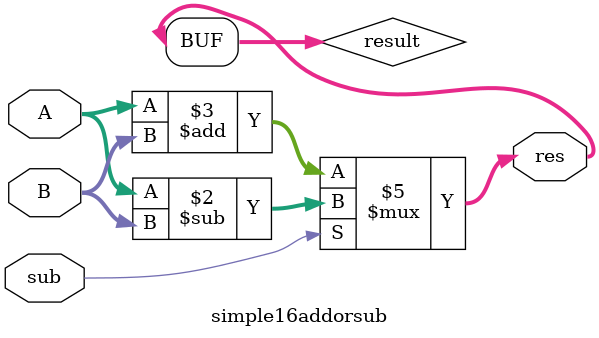
<source format=v>
module simple16addorsub
(
input [15:0] A, B,
output [15:0] res,
input sub
);

reg [15:0] result;
assign res = result;
always @(*) begin

	if (sub)
		result = A - B;
	else
		result = A + B;

end

endmodule
</source>
